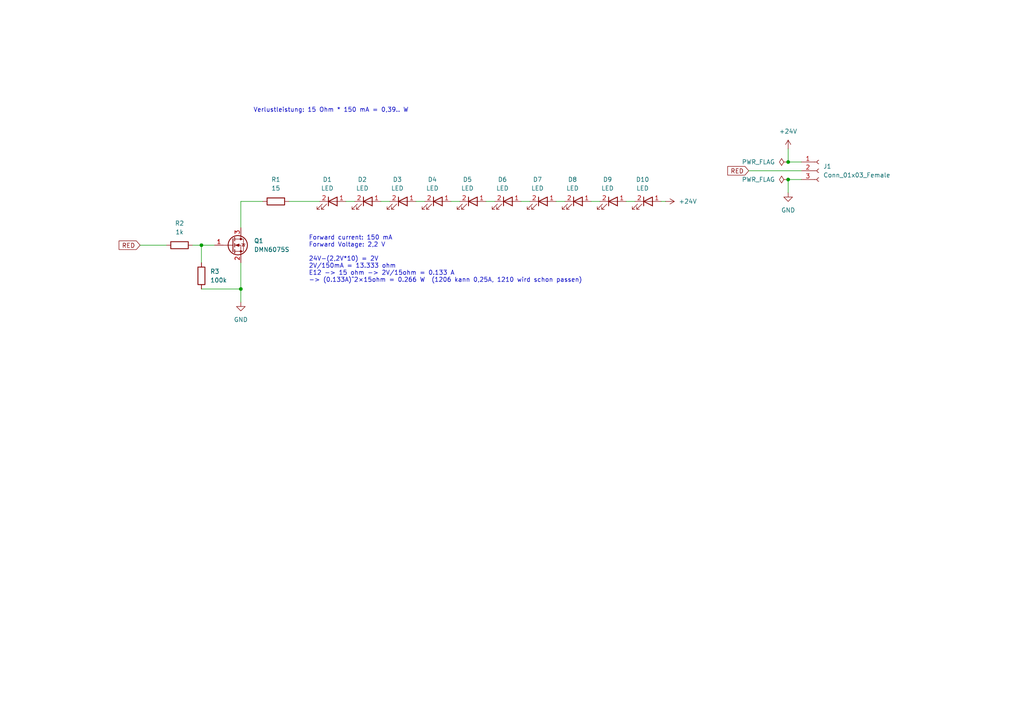
<source format=kicad_sch>
(kicad_sch (version 20231120) (generator "eeschema") (generator_version "8.0")
  (paper "A4")
  (lib_symbols
    (symbol "Connector:Conn_01x03_Socket" (pin_names (offset 1.016) hide)
      (property "Reference" "J" (at 0 5.08 0))
      (property "Value" "Conn_01x03_Socket" (at 0 -5.08 0))
      (symbol "Conn_01x03_Socket_1_1"
        (arc (start 0 -2.032) (mid -0.5058 -2.54) (end 0 -3.048) (stroke (width 0.1524)))
        (polyline (pts (xy -1.27 -2.54) (xy -0.508 -2.54)) (stroke (width 0.1524)))
        (polyline (pts (xy -1.27 0) (xy -0.508 0)) (stroke (width 0.1524)))
        (polyline (pts (xy -1.27 2.54) (xy -0.508 2.54)) (stroke (width 0.1524)))
        (arc (start 0 0.508) (mid -0.5058 0) (end 0 -0.508) (stroke (width 0.1524)))
        (arc (start 0 3.048) (mid -0.5058 2.54) (end 0 2.032) (stroke (width 0.1524)))
        (pin passive line (at -5.08 2.54 0) (length 3.81) (name "Pin_1") (number "1"))
        (pin passive line (at -5.08 0 0) (length 3.81) (name "Pin_2") (number "2"))
        (pin passive line (at -5.08 -2.54 0) (length 3.81) (name "Pin_3") (number "3"))
      )
    )
    (symbol "Device:LED" (pin_names (offset 1.016) hide)
      (property "Reference" "D1" (at -1.5875 6.35 0))
      (property "Value" "LED" (at -1.5875 3.81 0))
      (symbol "LED_0_1"
        (polyline (pts (xy -1.27 -1.27) (xy -1.27 1.27)) (stroke (width 0.254)))
        (polyline (pts (xy -1.27 0) (xy 1.27 0)))
        (polyline (pts (xy 1.27 -1.27) (xy 1.27 1.27) (xy -1.27 0) (xy 1.27 -1.27)) (stroke (width 0.254)))
        (polyline (pts (xy -3.048 -0.762) (xy -4.572 -2.286) (xy -3.81 -2.286) (xy -4.572 -2.286) (xy -4.572 -1.524)))
        (polyline (pts (xy -1.778 -0.762) (xy -3.302 -2.286) (xy -2.54 -2.286) (xy -3.302 -2.286) (xy -3.302 -1.524)))
      )
      (symbol "LED_1_1"
        (pin passive line (at 3.81 0 180) (length 2.54) (name "A") (number "1"))
        (pin passive line (at -3.81 0 0) (length 2.54) (name "K") (number "2"))
      )
    )
    (symbol "Device:R" (pin_numbers hide) (pin_names (offset 0))
      (property "Reference" "R" (at 2.032 0 90))
      (property "Value" "R" (at 0 0 90))
      (symbol "R_0_1"
        (rectangle (start -1.016 -2.54) (end 1.016 2.54) (stroke (width 0.254)))
      )
      (symbol "R_1_1"
        (pin passive line (at 0 3.81 270) (length 1.27) (name "~") (number "1"))
        (pin passive line (at 0 -3.81 90) (length 1.27) (name "~") (number "2"))
      )
    )
    (symbol "Transistor_FET:DMN6075S" (pin_names hide)
      (property "Reference" "Q" (at 5.08 1.905 0))
      (property "Value" "DMN6075S" (at 5.08 0 0))
      (symbol "DMN6075S_0_1"
        (polyline (pts (xy 0.254 0) (xy -2.54 0)))
        (polyline (pts (xy 0.254 1.905) (xy 0.254 -1.905)) (stroke (width 0.254)))
        (polyline (pts (xy 0.762 -1.27) (xy 0.762 -2.286)) (stroke (width 0.254)))
        (polyline (pts (xy 0.762 0.508) (xy 0.762 -0.508)) (stroke (width 0.254)))
        (polyline (pts (xy 0.762 2.286) (xy 0.762 1.27)) (stroke (width 0.254)))
        (polyline (pts (xy 2.54 2.54) (xy 2.54 1.778)))
        (polyline (pts (xy 2.54 -2.54) (xy 2.54 0) (xy 0.762 0)))
        (polyline (pts (xy 0.762 -1.778) (xy 3.302 -1.778) (xy 3.302 1.778) (xy 0.762 1.778)))
        (polyline (pts (xy 1.016 0) (xy 2.032 0.381) (xy 2.032 -0.381) (xy 1.016 0)) (fill (type outline)))
        (polyline (pts (xy 2.794 0.508) (xy 2.921 0.381) (xy 3.683 0.381) (xy 3.81 0.254)))
        (polyline (pts (xy 3.302 0.381) (xy 2.921 -0.254) (xy 3.683 -0.254) (xy 3.302 0.381)))
        (circle (center 1.651 0) (radius 2.794) (stroke (width 0.254)))
        (circle (center 2.54 -1.778) (radius 0.254) (fill (type outline)))
        (circle (center 2.54 1.778) (radius 0.254) (fill (type outline)))
      )
      (symbol "DMN6075S_1_1"
        (pin input line (at -5.08 0 0) (length 2.54) (name "G") (number "1"))
        (pin passive line (at 2.54 -5.08 90) (length 2.54) (name "S") (number "2"))
        (pin passive line (at 2.54 5.08 270) (length 2.54) (name "D") (number "3"))
      )
    )
    (symbol "power:+24V" (power) (pin_numbers hide) (pin_names (offset 0) hide)
      (property "Value" "+24V" (at 0 3.556 0))
      (symbol "+24V_0_1"
        (polyline (pts (xy -0.762 1.27) (xy 0 2.54)))
        (polyline (pts (xy 0 0) (xy 0 2.54)))
        (polyline (pts (xy 0 2.54) (xy 0.762 1.27)))
      )
      (symbol "+24V_1_1"
        (pin power_in line (at 0 0 90) (length 0) (name "~") (number "1"))
      )
    )
    (symbol "power:GND" (power) (pin_numbers hide) (pin_names (offset 0) hide)
      (property "Value" "GND" (at 0 -3.81 0))
      (symbol "GND_0_1"
        (polyline (pts (xy 0 0) (xy 0 -1.27) (xy 1.27 -1.27) (xy 0 -2.54) (xy -1.27 -1.27) (xy 0 -1.27)))
      )
      (symbol "GND_1_1"
        (pin power_in line (at 0 0 270) (length 0) (name "~") (number "1"))
      )
    )
    (symbol "power:PWR_FLAG" (power) (pin_numbers hide) (pin_names (offset 0) hide)
      (property "Value" "PWR_FLAG" (at 0 3.81 0))
      (symbol "PWR_FLAG_0_0"
        (pin power_out line (at 0 0 90) (length 0) (name "~") (number "1"))
      )
      (symbol "PWR_FLAG_0_1"
        (polyline (pts (xy 0 0) (xy 0 1.27) (xy -1.016 1.905) (xy 0 2.54) (xy 1.016 1.905) (xy 0 1.27)))
      )
    )
  )
  (junction (at 69.85 83.82))
  (junction (at 58.42 71.12))
  (junction (at 228.6 52.07))
  (junction (at 228.6 46.99))
  (wire (pts (xy 76.2 58.42) (xy 69.85 58.42)))
  (wire (pts (xy 58.42 83.82) (xy 69.85 83.82)))
  (wire (pts (xy 228.6 52.07) (xy 228.6 55.88)))
  (wire (pts (xy 110.49 58.42) (xy 113.03 58.42)))
  (wire (pts (xy 92.71 58.42) (xy 83.82 58.42)))
  (wire (pts (xy 191.77 58.42) (xy 193.04 58.42)))
  (wire (pts (xy 140.97 58.42) (xy 143.51 58.42)))
  (wire (pts (xy 69.85 58.42) (xy 69.85 66.04)))
  (wire (pts (xy 58.42 71.12) (xy 58.42 76.2)))
  (wire (pts (xy 232.41 46.99) (xy 228.6 46.99)))
  (wire (pts (xy 69.85 83.82) (xy 69.85 87.63)))
  (wire (pts (xy 100.33 58.42) (xy 102.87 58.42)))
  (wire (pts (xy 232.41 52.07) (xy 228.6 52.07)))
  (wire (pts (xy 58.42 71.12) (xy 62.23 71.12)))
  (wire (pts (xy 130.81 58.42) (xy 133.35 58.42)))
  (wire (pts (xy 55.88 71.12) (xy 58.42 71.12)))
  (wire (pts (xy 217.17 49.53) (xy 232.41 49.53)))
  (wire (pts (xy 40.64 71.12) (xy 48.26 71.12)))
  (wire (pts (xy 228.6 43.18) (xy 228.6 46.99)))
  (wire (pts (xy 171.45 58.42) (xy 173.99 58.42)))
  (wire (pts (xy 161.29 58.42) (xy 163.83 58.42)))
  (wire (pts (xy 69.85 76.2) (xy 69.85 83.82)))
  (wire (pts (xy 151.13 58.42) (xy 153.67 58.42)))
  (wire (pts (xy 181.61 58.42) (xy 184.15 58.42)))
  (wire (pts (xy 120.65 58.42) (xy 123.19 58.42)))
  (text "Verlustleistung: 15 Ohm * 150 mA = 0,39.. W" (at 96.012 32.004 0) (effects (font (size 1.27 1.27))))
  (text "Forward current: 150 mA \nForward Voltage: 2,2 V\n\n24V-(2,2V*10) = 2V\n2V/150mA = 13.333 ohm\nE12 -> 15 ohm -> 2V/15ohm = 0.133 A  \n-> (0.133A)^2×15ohm = 0.266 W  (1206 kann 0,25A, 1210 wird schon passen)" (at 89.535 75.184 0) (effects (font (size 1.27 1.27)) (justify left)))
  (global_label "RED" (shape input) (at 40.64 71.12 180) (property "Intersheetrefs" "${INTERSHEET_REFS}" (effects (hide yes))))
  (global_label "RED" (shape input) (at 217.17 49.53 180) (property "Intersheetrefs" "${INTERSHEET_REFS}" (effects (hide yes))))
  (symbol (lib_id "Device:LED") (at 96.52 58.42 0) (unit 1)
    (property "Reference" "D1" (at 94.9325 52.07 0))
    (property "Value" "LED" (at 94.9325 54.61 0))
    (property "Footprint" "KiCad:150283RS73103" (effects (hide yes)))
    (property "Description" "Light emitting diode" (effects (hide yes)))
  )
  (symbol (lib_id "power:+24V") (at 228.6 43.18 0) (unit 1)
    (property "Reference" "#PWR04" (effects (hide yes)))
    (property "Value" "+24V" (at 228.6 38.1 0))
    (property "Description" "Power symbol creates a global label with name \"+24V\"" (effects (hide yes)))
  )
  (symbol (lib_id "Device:R") (at 52.07 71.12 90) (unit 1)
    (property "Reference" "R2" (at 52.07 64.77 90))
    (property "Value" "1k" (at 52.07 67.31 90))
    (property "Footprint" "Resistor_SMD:R_0603_1608Metric_Pad0.98x0.95mm_HandSolder" (effects (hide yes)))
    (property "Description" "Resistor" (effects (hide yes)))
  )
  (symbol (lib_id "Device:R") (at 80.01 58.42 90) (unit 1)
    (property "Reference" "R1" (at 80.01 52.07 90))
    (property "Value" "15" (at 80.01 54.61 90))
    (property "Footprint" "Resistor_SMD:R_1210_3225Metric" (effects (hide yes)))
    (property "Description" "Resistor" (effects (hide yes)))
  )
  (symbol (lib_id "Device:LED") (at 127 58.42 0) (unit 1)
    (property "Reference" "D4" (at 125.4125 52.07 0))
    (property "Value" "LED" (at 125.4125 54.61 0))
    (property "Footprint" "KiCad:150283RS73103" (effects (hide yes)))
    (property "Datasheet" "https://www.we-online.com/components/products/datasheet/150283RS73103.pdf" (effects (hide yes)))
    (property "Description" "Light emitting diode" (effects (hide yes)))
  )
  (symbol (lib_id "Device:R") (at 58.42 80.01 180) (unit 1)
    (property "Reference" "R3" (at 60.96 78.7399 0) (effects (justify right)))
    (property "Value" "100k" (at 60.96 81.2799 0) (effects (justify right)))
    (property "Footprint" "Resistor_SMD:R_0603_1608Metric_Pad0.98x0.95mm_HandSolder" (effects (hide yes)))
    (property "Description" "Resistor" (effects (hide yes)))
  )
  (symbol (lib_id "Transistor_FET:DMN6075S") (at 67.31 71.12 0) (unit 1)
    (property "Reference" "Q1" (at 73.66 69.8499 0) (effects (justify left)))
    (property "Value" "DMN6075S" (at 73.66 72.3899 0) (effects (justify left)))
    (property "Footprint" "Package_TO_SOT_SMD:SOT-23" (effects (hide yes)))
    (property "Datasheet" "http://www.diodes.com/assets/Datasheets/DMN6075S.pdf" (effects (hide yes)))
    (property "Description" "2.5A Id, 60V Vds, N-Channel MOSFET, SOT-23" (effects (hide yes)))
  )
  (symbol (lib_id "Device:LED") (at 147.32 58.42 0) (unit 1)
    (property "Reference" "D6" (at 145.7325 52.07 0))
    (property "Value" "LED" (at 145.7325 54.61 0))
    (property "Footprint" "KiCad:150283RS73103" (effects (hide yes)))
    (property "Datasheet" "https://www.we-online.com/components/products/datasheet/150283RS73103.pdf" (effects (hide yes)))
    (property "Description" "Light emitting diode" (effects (hide yes)))
  )
  (symbol (lib_id "Device:LED") (at 137.16 58.42 0) (unit 1)
    (property "Reference" "D5" (at 135.5725 52.07 0))
    (property "Value" "LED" (at 135.5725 54.61 0))
    (property "Footprint" "KiCad:150283RS73103" (effects (hide yes)))
    (property "Datasheet" "https://www.we-online.com/components/products/datasheet/150283RS73103.pdf" (effects (hide yes)))
    (property "Description" "Light emitting diode" (effects (hide yes)))
  )
  (symbol (lib_id "Device:LED") (at 116.84 58.42 0) (unit 1)
    (property "Reference" "D3" (at 115.2525 52.07 0))
    (property "Value" "LED" (at 115.2525 54.61 0))
    (property "Footprint" "KiCad:150283RS73103" (effects (hide yes)))
    (property "Description" "Light emitting diode" (effects (hide yes)))
  )
  (symbol (lib_id "Device:LED") (at 187.96 58.42 0) (unit 1)
    (property "Reference" "D10" (at 186.3725 52.07 0))
    (property "Value" "LED" (at 186.3725 54.61 0))
    (property "Footprint" "KiCad:150283RS73103" (effects (hide yes)))
    (property "Datasheet" "https://www.we-online.com/components/products/datasheet/150283RS73103.pdf" (effects (hide yes)))
    (property "Description" "Light emitting diode" (effects (hide yes)))
  )
  (symbol (lib_id "power:GND") (at 228.6 55.88 0) (unit 1)
    (property "Reference" "#PWR03" (effects (hide yes)))
    (property "Value" "GND" (at 228.6 60.96 0))
    (property "Description" "Power symbol creates a global label with name \"GND\" , ground" (effects (hide yes)))
  )
  (symbol (lib_id "power:PWR_FLAG") (at 228.6 52.07 90) (unit 1)
    (property "Reference" "#FLG02" (effects (hide yes)))
    (property "Value" "PWR_FLAG" (at 224.79 52.0699 90) (effects (justify left)))
    (property "Description" "Special symbol for telling ERC where power comes from" (effects (hide yes)))
  )
  (symbol (lib_id "power:+24V") (at 193.04 58.42 270) (unit 1)
    (property "Reference" "#PWR01" (effects (hide yes)))
    (property "Value" "+24V" (at 196.85 58.4199 90) (effects (justify left)))
    (property "Description" "Power symbol creates a global label with name \"+24V\"" (effects (hide yes)))
  )
  (symbol (lib_id "Device:LED") (at 106.68 58.42 0) (unit 1)
    (property "Reference" "D2" (at 105.0925 52.07 0))
    (property "Value" "LED" (at 105.0925 54.61 0))
    (property "Footprint" "KiCad:150283RS73103" (effects (hide yes)))
    (property "Datasheet" "https://www.we-online.com/components/products/datasheet/150283RS73103.pdf" (effects (hide yes)))
    (property "Description" "Light emitting diode" (effects (hide yes)))
  )
  (symbol (lib_id "power:PWR_FLAG") (at 228.6 46.99 90) (unit 1)
    (property "Reference" "#FLG01" (effects (hide yes)))
    (property "Value" "PWR_FLAG" (at 224.79 46.9899 90) (effects (justify left)))
    (property "Description" "Special symbol for telling ERC where power comes from" (effects (hide yes)))
  )
  (symbol (lib_id "Connector:Conn_01x03_Socket") (at 237.49 49.53 0) (unit 1)
    (property "Reference" "J1" (at 238.76 48.2599 0) (effects (justify left)))
    (property "Value" "Conn_01x03_Female" (at 238.76 50.7999 0) (effects (justify left)))
    (property "Footprint" "Connector_PinHeader_2.54mm:PinHeader_1x03_P2.54mm_Vertical" (effects (hide yes)))
    (property "Description" "Generic connector, single row, 01x03, script generated" (effects (hide yes)))
  )
  (symbol (lib_id "Device:LED") (at 157.48 58.42 0) (unit 1)
    (property "Reference" "D7" (at 155.8925 52.07 0))
    (property "Value" "LED" (at 155.8925 54.61 0))
    (property "Footprint" "KiCad:150283RS73103" (effects (hide yes)))
    (property "Datasheet" "https://www.we-online.com/components/products/datasheet/150283RS73103.pdf" (effects (hide yes)))
    (property "Description" "Light emitting diode" (effects (hide yes)))
  )
  (symbol (lib_id "Device:LED") (at 177.8 58.42 0) (unit 1)
    (property "Reference" "D9" (at 176.2125 52.07 0))
    (property "Value" "LED" (at 176.2125 54.61 0))
    (property "Footprint" "KiCad:150283RS73103" (effects (hide yes)))
    (property "Datasheet" "https://www.we-online.com/components/products/datasheet/150283RS73103.pdf" (effects (hide yes)))
    (property "Description" "Light emitting diode" (effects (hide yes)))
  )
  (symbol (lib_id "power:GND") (at 69.85 87.63 0) (unit 1)
    (property "Reference" "#PWR02" (effects (hide yes)))
    (property "Value" "GND" (at 69.85 92.71 0))
    (property "Description" "Power symbol creates a global label with name \"GND\" , ground" (effects (hide yes)))
  )
  (symbol (lib_id "Device:LED") (at 167.64 58.42 0) (unit 1)
    (property "Reference" "D8" (at 166.0525 52.07 0))
    (property "Value" "LED" (at 166.0525 54.61 0))
    (property "Footprint" "KiCad:150283RS73103" (effects (hide yes)))
    (property "Datasheet" "https://www.we-online.com/components/products/datasheet/150283RS73103.pdf" (effects (hide yes)))
    (property "Description" "Light emitting diode" (effects (hide yes)))
  )
)
</source>
